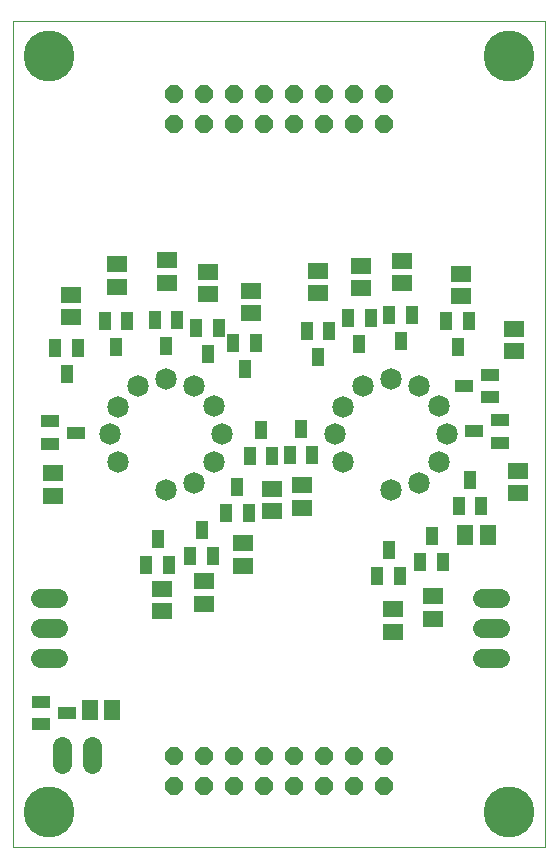
<source format=gbs>
G75*
G70*
%OFA0B0*%
%FSLAX24Y24*%
%IPPOS*%
%LPD*%
%AMOC8*
5,1,8,0,0,1.08239X$1,22.5*
%
%ADD10C,0.0000*%
%ADD11C,0.0719*%
%ADD12OC8,0.0600*%
%ADD13R,0.0591X0.0434*%
%ADD14R,0.0434X0.0591*%
%ADD15R,0.0670X0.0552*%
%ADD16R,0.0552X0.0670*%
%ADD17C,0.0640*%
%ADD18C,0.1700*%
D10*
X000192Y000100D02*
X000192Y027659D01*
X017908Y027659D01*
X017908Y000100D01*
X000192Y000100D01*
D11*
X005294Y012004D03*
X006202Y012258D03*
X006889Y012954D03*
X007135Y013876D03*
X006881Y014798D03*
X006204Y015465D03*
X005286Y015720D03*
X004346Y015474D03*
X003679Y014790D03*
X003418Y013868D03*
X003668Y012946D03*
X010918Y013868D03*
X011168Y012946D03*
X011179Y014790D03*
X011846Y015474D03*
X012786Y015720D03*
X013704Y015465D03*
X014381Y014798D03*
X014635Y013876D03*
X014389Y012954D03*
X013702Y012258D03*
X012794Y012004D03*
D12*
X012534Y003151D03*
X012534Y002151D03*
X011534Y002151D03*
X011534Y003151D03*
X010534Y003151D03*
X010534Y002151D03*
X009534Y002151D03*
X009534Y003151D03*
X008534Y003151D03*
X008534Y002151D03*
X007534Y002151D03*
X007534Y003151D03*
X006534Y003151D03*
X006534Y002151D03*
X005534Y002151D03*
X005534Y003151D03*
X005534Y024222D03*
X005534Y025222D03*
X006534Y025222D03*
X006534Y024222D03*
X007534Y024222D03*
X007534Y025222D03*
X008534Y025222D03*
X008534Y024222D03*
X009534Y024222D03*
X009534Y025222D03*
X010534Y025222D03*
X010534Y024222D03*
X011534Y024222D03*
X011534Y025222D03*
X012534Y025222D03*
X012534Y024222D03*
D13*
X016070Y015848D03*
X016070Y015100D03*
X016424Y014340D03*
X016424Y013592D03*
X015558Y013966D03*
X015204Y015474D03*
X002267Y013927D03*
X001400Y014301D03*
X001400Y013553D03*
X001117Y004954D03*
X001117Y004206D03*
X001983Y004580D03*
D14*
X004625Y009498D03*
X004999Y010364D03*
X005373Y009498D03*
X006093Y009813D03*
X006467Y010679D03*
X006841Y009813D03*
X007286Y011230D03*
X007660Y012096D03*
X008034Y011230D03*
X008081Y013143D03*
X008456Y014009D03*
X008830Y013143D03*
X009404Y013191D03*
X009778Y014057D03*
X010152Y013191D03*
X010341Y016443D03*
X009967Y017309D03*
X010715Y017309D03*
X011357Y017742D03*
X011731Y016876D03*
X012105Y017742D03*
X012727Y017828D03*
X013101Y016962D03*
X013475Y017828D03*
X014629Y017631D03*
X015003Y016765D03*
X015377Y017631D03*
X015424Y012332D03*
X015050Y011466D03*
X015798Y011466D03*
X014507Y009608D03*
X014133Y010474D03*
X013759Y009608D03*
X013078Y009135D03*
X012330Y009135D03*
X012704Y010002D03*
X008274Y016899D03*
X007900Y016033D03*
X007526Y016899D03*
X007042Y017411D03*
X006668Y016545D03*
X006294Y017411D03*
X005652Y017687D03*
X005278Y016820D03*
X004904Y017687D03*
X003987Y017647D03*
X003613Y016781D03*
X003239Y017647D03*
X002341Y016734D03*
X001967Y015868D03*
X001593Y016734D03*
D15*
X002101Y017765D03*
X002101Y018513D03*
X003664Y018789D03*
X003664Y019537D03*
X005318Y019663D03*
X005318Y018915D03*
X006696Y019277D03*
X006696Y018529D03*
X008113Y018655D03*
X008113Y017907D03*
X010361Y018565D03*
X010361Y019313D03*
X011778Y019478D03*
X011778Y018730D03*
X013156Y018895D03*
X013156Y019643D03*
X015125Y019218D03*
X015125Y018470D03*
X016896Y017376D03*
X016896Y016628D03*
X017030Y012659D03*
X017030Y011911D03*
X014196Y008470D03*
X014196Y007722D03*
X012857Y008029D03*
X012857Y007281D03*
X009818Y011419D03*
X009818Y012167D03*
X008806Y012049D03*
X008806Y011301D03*
X007861Y010230D03*
X007861Y009482D03*
X006562Y008962D03*
X006562Y008214D03*
X005141Y007966D03*
X005141Y008714D03*
X001519Y011817D03*
X001519Y012565D03*
D16*
X002735Y004694D03*
X003483Y004694D03*
X015263Y010506D03*
X016011Y010506D03*
D17*
X015825Y008399D02*
X016425Y008399D01*
X016425Y007399D02*
X015825Y007399D01*
X015825Y006399D02*
X016425Y006399D01*
X002818Y003471D02*
X002818Y002871D01*
X001818Y002871D02*
X001818Y003471D01*
X001689Y006399D02*
X001089Y006399D01*
X001089Y007399D02*
X001689Y007399D01*
X001689Y008399D02*
X001089Y008399D01*
D18*
X001373Y001281D03*
X016727Y001281D03*
X016727Y026478D03*
X001373Y026478D03*
M02*

</source>
